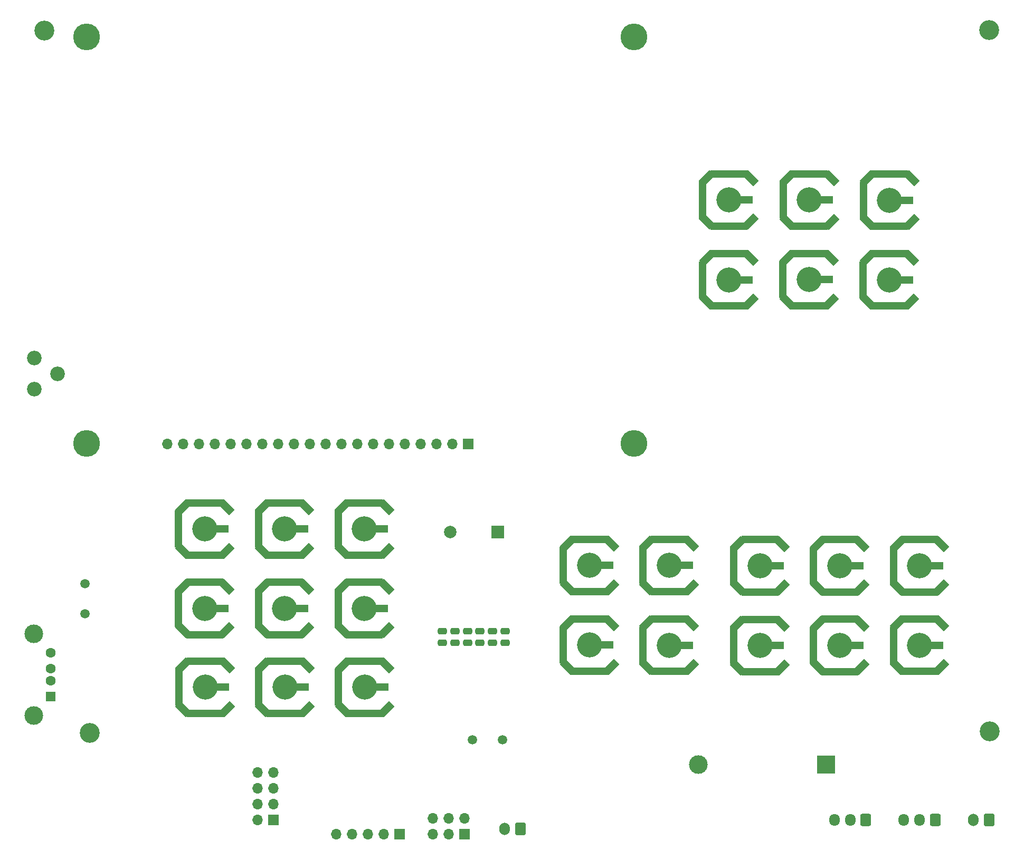
<source format=gts>
%TF.GenerationSoftware,KiCad,Pcbnew,(6.0.0)*%
%TF.CreationDate,2022-05-25T11:52:23+05:30*%
%TF.ProjectId,Motion_Control_HMI,4d6f7469-6f6e-45f4-936f-6e74726f6c5f,rev?*%
%TF.SameCoordinates,Original*%
%TF.FileFunction,Soldermask,Top*%
%TF.FilePolarity,Negative*%
%FSLAX46Y46*%
G04 Gerber Fmt 4.6, Leading zero omitted, Abs format (unit mm)*
G04 Created by KiCad (PCBNEW (6.0.0)) date 2022-05-25 11:52:23*
%MOMM*%
%LPD*%
G01*
G04 APERTURE LIST*
G04 Aperture macros list*
%AMRoundRect*
0 Rectangle with rounded corners*
0 $1 Rounding radius*
0 $2 $3 $4 $5 $6 $7 $8 $9 X,Y pos of 4 corners*
0 Add a 4 corners polygon primitive as box body*
4,1,4,$2,$3,$4,$5,$6,$7,$8,$9,$2,$3,0*
0 Add four circle primitives for the rounded corners*
1,1,$1+$1,$2,$3*
1,1,$1+$1,$4,$5*
1,1,$1+$1,$6,$7*
1,1,$1+$1,$8,$9*
0 Add four rect primitives between the rounded corners*
20,1,$1+$1,$2,$3,$4,$5,0*
20,1,$1+$1,$4,$5,$6,$7,0*
20,1,$1+$1,$6,$7,$8,$9,0*
20,1,$1+$1,$8,$9,$2,$3,0*%
%AMFreePoly0*
4,1,5,1.250000,-0.600001,-1.250000,-0.600001,-1.250000,0.600001,1.250000,0.600001,1.250000,-0.600001,1.250000,-0.600001,$1*%
%AMFreePoly1*
4,1,46,0.312869,1.975377,0.588081,1.911585,0.851560,1.809654,1.098046,1.671615,1.322624,1.500222,1.520812,1.298896,1.688656,1.071654,1.822807,0.823029,1.920587,0.557982,1.980047,0.281802,2.000001,0.000000,1.996053,-0.125581,1.958446,-0.405575,1.881762,-0.677476,1.767531,-0.935860,1.618034,-1.175571,1.436253,-1.391826,1.225813,-1.580310,0.990918,-1.737263,0.736249,-1.859553,
0.466891,-1.944740,0.188217,-1.991124,-0.094213,-1.997780,-0.374763,-1.964575,-0.647835,-1.892170,-0.907981,-1.782013,-1.150011,-1.636300,-1.369094,-1.457937,-1.560861,-1.250485,-1.721484,-1.018082,-1.847759,-0.765367,-1.937166,-0.497380,-1.987922,-0.219469,-1.999013,0.062822,-1.970219,0.343858,-1.902113,0.618034,-1.796055,0.879878,-1.654161,1.124168,-1.479262,1.346025,-1.274848,1.541026,
-1.044997,1.705281,-0.794296,1.835509,-0.527746,1.929115,-0.250666,1.984229,0.031415,1.999753,0.312869,1.975377,0.312869,1.975377,$1*%
G04 Aperture macros list end*
%ADD10FreePoly0,225.000000*%
%ADD11FreePoly0,135.000000*%
%ADD12FreePoly0,45.000000*%
%ADD13R,6.000000X1.200000*%
%ADD14R,1.200000X6.000000*%
%ADD15FreePoly0,0.000000*%
%ADD16FreePoly1,225.000000*%
%ADD17C,4.300000*%
%ADD18RoundRect,0.250000X-0.475000X0.250000X-0.475000X-0.250000X0.475000X-0.250000X0.475000X0.250000X0*%
%ADD19C,2.340000*%
%ADD20C,3.200000*%
%ADD21R,1.500000X1.600000*%
%ADD22C,1.600000*%
%ADD23C,3.000000*%
%ADD24R,1.700000X1.700000*%
%ADD25O,1.700000X1.700000*%
%ADD26R,3.000000X3.000000*%
%ADD27RoundRect,0.250000X0.600000X0.750000X-0.600000X0.750000X-0.600000X-0.750000X0.600000X-0.750000X0*%
%ADD28O,1.700000X2.000000*%
%ADD29RoundRect,0.250000X0.600000X0.725000X-0.600000X0.725000X-0.600000X-0.725000X0.600000X-0.725000X0*%
%ADD30O,1.700000X1.950000*%
%ADD31R,2.000000X2.000000*%
%ADD32C,2.000000*%
%ADD33C,1.500000*%
G04 APERTURE END LIST*
D10*
%TO.C,SW8*%
X92704800Y-140660000D03*
D11*
X85704800Y-140660000D03*
D12*
X85704800Y-133660000D03*
D13*
X89204800Y-132960000D03*
X89204800Y-141360000D03*
D14*
X85004800Y-137160000D03*
D11*
X92704800Y-133660000D03*
D15*
X91744800Y-137160000D03*
D16*
X89204800Y-137160000D03*
%TD*%
D17*
%TO.C,H4*%
X157988000Y-98044000D03*
%TD*%
D18*
%TO.C,C23*%
X131292600Y-128122600D03*
X131292600Y-130022600D03*
%TD*%
D14*
%TO.C,SW24*%
X174006400Y-130454400D03*
D11*
X174706400Y-133954400D03*
D13*
X178206400Y-134654400D03*
D12*
X174706400Y-126954400D03*
D11*
X181706400Y-126954400D03*
D10*
X181706400Y-133954400D03*
D13*
X178206400Y-126254400D03*
D16*
X178206400Y-130454400D03*
D15*
X180746400Y-130454400D03*
%TD*%
D18*
%TO.C,C21*%
X133299200Y-128122600D03*
X133299200Y-130022600D03*
%TD*%
D14*
%TO.C,SW12*%
X174006400Y-117652800D03*
D12*
X174706400Y-114152800D03*
D11*
X174706400Y-121152800D03*
X181706400Y-114152800D03*
D13*
X178206400Y-113452800D03*
D10*
X181706400Y-121152800D03*
D13*
X178206400Y-121852800D03*
D15*
X180746400Y-117652800D03*
D16*
X178206400Y-117652800D03*
%TD*%
D12*
%TO.C,SW15*%
X160126800Y-114102000D03*
D13*
X163626800Y-113402000D03*
D10*
X167126800Y-121102000D03*
D13*
X163626800Y-121802000D03*
D11*
X167126800Y-114102000D03*
X160126800Y-121102000D03*
D14*
X159426800Y-117602000D03*
D16*
X163626800Y-117602000D03*
D15*
X166166800Y-117602000D03*
%TD*%
D14*
%TO.C,SW25*%
X97755600Y-124510800D03*
D13*
X101955600Y-128710800D03*
D12*
X98455600Y-121010800D03*
D11*
X98455600Y-128010800D03*
D10*
X105455600Y-128010800D03*
D11*
X105455600Y-121010800D03*
D13*
X101955600Y-120310800D03*
D15*
X104495600Y-124510800D03*
D16*
X101955600Y-124510800D03*
%TD*%
D19*
%TO.C,RV3*%
X61777800Y-84291400D03*
X65577800Y-86791400D03*
X61777800Y-89291400D03*
%TD*%
D14*
%TO.C,SW6*%
X194778400Y-71724400D03*
D11*
X202478400Y-68224400D03*
D12*
X195478400Y-68224400D03*
D13*
X198978400Y-75924400D03*
D10*
X202478400Y-75224400D03*
D11*
X195478400Y-75224400D03*
D13*
X198978400Y-67524400D03*
D16*
X198978400Y-71724400D03*
D15*
X201518400Y-71724400D03*
%TD*%
D20*
%TO.C,H7*%
X215087200Y-144221200D03*
%TD*%
D13*
%TO.C,SW16*%
X199009000Y-54753400D03*
D11*
X202509000Y-55453400D03*
D10*
X202509000Y-62453400D03*
D13*
X199009000Y-63153400D03*
D12*
X195509000Y-55453400D03*
D11*
X195509000Y-62453400D03*
D14*
X194809000Y-58953400D03*
D16*
X199009000Y-58953400D03*
D15*
X201549000Y-58953400D03*
%TD*%
D18*
%TO.C,C20*%
X135305800Y-128117600D03*
X135305800Y-130017600D03*
%TD*%
D12*
%TO.C,SW14*%
X98455600Y-108260000D03*
D11*
X105455600Y-108260000D03*
D14*
X97755600Y-111760000D03*
D13*
X101955600Y-115960000D03*
D10*
X105455600Y-115260000D03*
D13*
X101955600Y-107560000D03*
D11*
X98455600Y-115260000D03*
D16*
X101955600Y-111760000D03*
D15*
X104495600Y-111760000D03*
%TD*%
D10*
%TO.C,SW13*%
X118257200Y-115260000D03*
D11*
X111257200Y-115260000D03*
D13*
X114757200Y-107560000D03*
D14*
X110557200Y-111760000D03*
D13*
X114757200Y-115960000D03*
D11*
X118257200Y-108260000D03*
D12*
X111257200Y-108260000D03*
D15*
X117297200Y-111760000D03*
D16*
X114757200Y-111760000D03*
%TD*%
D13*
%TO.C,SW5*%
X89154000Y-120310800D03*
D14*
X84954000Y-124510800D03*
D11*
X92654000Y-121010800D03*
D13*
X89154000Y-128710800D03*
D12*
X85654000Y-121010800D03*
D10*
X92654000Y-128010800D03*
D11*
X85654000Y-128010800D03*
D16*
X89154000Y-124510800D03*
D15*
X91694000Y-124510800D03*
%TD*%
D11*
%TO.C,SW21*%
X194508000Y-126938000D03*
D14*
X186808000Y-130438000D03*
D13*
X191008000Y-134638000D03*
D12*
X187508000Y-126938000D03*
D11*
X187508000Y-133938000D03*
D13*
X191008000Y-126238000D03*
D10*
X194508000Y-133938000D03*
D15*
X193548000Y-130438000D03*
D16*
X191008000Y-130438000D03*
%TD*%
D12*
%TO.C,SW3*%
X85654000Y-108260000D03*
D10*
X92654000Y-115260000D03*
D13*
X89154000Y-115960000D03*
D14*
X84954000Y-111760000D03*
D13*
X89154000Y-107560000D03*
D11*
X92654000Y-108260000D03*
X85654000Y-115260000D03*
D15*
X91694000Y-111760000D03*
D16*
X89154000Y-111760000D03*
%TD*%
D11*
%TO.C,SW7*%
X176728000Y-68229600D03*
D14*
X169028000Y-71729600D03*
D10*
X176728000Y-75229600D03*
D13*
X173228000Y-75929600D03*
X173228000Y-67529600D03*
D12*
X169728000Y-68229600D03*
D11*
X169728000Y-75229600D03*
D16*
X173228000Y-71729600D03*
D15*
X175768000Y-71729600D03*
%TD*%
D11*
%TO.C,SW10*%
X111252000Y-128005600D03*
D14*
X110552000Y-124505600D03*
D11*
X118252000Y-121005600D03*
D13*
X114752000Y-120305600D03*
D12*
X111252000Y-121005600D03*
D10*
X118252000Y-128005600D03*
D13*
X114752000Y-128705600D03*
D16*
X114752000Y-124505600D03*
D15*
X117292000Y-124505600D03*
%TD*%
D14*
%TO.C,SW19*%
X97806400Y-137160000D03*
D11*
X105506400Y-133660000D03*
D10*
X105506400Y-140660000D03*
D11*
X98506400Y-140660000D03*
D12*
X98506400Y-133660000D03*
D13*
X102006400Y-141360000D03*
X102006400Y-132960000D03*
D16*
X102006400Y-137160000D03*
D15*
X104546400Y-137160000D03*
%TD*%
D12*
%TO.C,SW4*%
X147376000Y-114102000D03*
D13*
X150876000Y-113402000D03*
D14*
X146676000Y-117602000D03*
D11*
X147376000Y-121102000D03*
X154376000Y-114102000D03*
D13*
X150876000Y-121802000D03*
D10*
X154376000Y-121102000D03*
D16*
X150876000Y-117602000D03*
D15*
X153416000Y-117602000D03*
%TD*%
D13*
%TO.C,SW20*%
X163626800Y-126203600D03*
X163626800Y-134603600D03*
D10*
X167126800Y-133903600D03*
D14*
X159426800Y-130403600D03*
D12*
X160126800Y-126903600D03*
D11*
X160126800Y-133903600D03*
X167126800Y-126903600D03*
D16*
X163626800Y-130403600D03*
D15*
X166166800Y-130403600D03*
%TD*%
D18*
%TO.C,C25*%
X129286000Y-128117600D03*
X129286000Y-130017600D03*
%TD*%
D11*
%TO.C,SW17*%
X187508000Y-121152800D03*
D14*
X186808000Y-117652800D03*
D12*
X187508000Y-114152800D03*
D13*
X191008000Y-113452800D03*
D10*
X194508000Y-121152800D03*
D11*
X194508000Y-114152800D03*
D13*
X191008000Y-121852800D03*
D15*
X193548000Y-117652800D03*
D16*
X191008000Y-117652800D03*
%TD*%
D18*
%TO.C,C26*%
X127279400Y-128117600D03*
X127279400Y-130017600D03*
%TD*%
D12*
%TO.C,SW23*%
X200309600Y-126903600D03*
D11*
X200309600Y-133903600D03*
D14*
X199609600Y-130403600D03*
D13*
X203809600Y-126203600D03*
D10*
X207309600Y-133903600D03*
D13*
X203809600Y-134603600D03*
D11*
X207309600Y-126903600D03*
D16*
X203809600Y-130403600D03*
D15*
X206349600Y-130403600D03*
%TD*%
D11*
%TO.C,SW18*%
X118308000Y-133665200D03*
D13*
X114808000Y-141365200D03*
D10*
X118308000Y-140665200D03*
D11*
X111308000Y-140665200D03*
D14*
X110608000Y-137165200D03*
D12*
X111308000Y-133665200D03*
D13*
X114808000Y-132965200D03*
D16*
X114808000Y-137165200D03*
D15*
X117348000Y-137165200D03*
%TD*%
D10*
%TO.C,SW11*%
X176702600Y-62402600D03*
D12*
X169702600Y-55402600D03*
D11*
X169702600Y-62402600D03*
D13*
X173202600Y-54702600D03*
D14*
X169002600Y-58902600D03*
D13*
X173202600Y-63102600D03*
D11*
X176702600Y-55402600D03*
D16*
X173202600Y-58902600D03*
D15*
X175742600Y-58902600D03*
%TD*%
D20*
%TO.C,H8*%
X63398400Y-31699200D03*
%TD*%
D14*
%TO.C,SW1*%
X181931200Y-58928000D03*
D12*
X182631200Y-55428000D03*
D10*
X189631200Y-62428000D03*
D13*
X186131200Y-63128000D03*
X186131200Y-54728000D03*
D11*
X189631200Y-55428000D03*
X182631200Y-62428000D03*
D15*
X188671200Y-58928000D03*
D16*
X186131200Y-58928000D03*
%TD*%
D12*
%TO.C,SW2*%
X182605800Y-68213200D03*
D13*
X186105800Y-75913200D03*
D11*
X182605800Y-75213200D03*
D14*
X181905800Y-71713200D03*
D10*
X189605800Y-75213200D03*
D11*
X189605800Y-68213200D03*
D13*
X186105800Y-67513200D03*
D15*
X188645800Y-71713200D03*
D16*
X186105800Y-71713200D03*
%TD*%
D14*
%TO.C,SW9*%
X146676000Y-130387200D03*
D12*
X147376000Y-126887200D03*
D10*
X154376000Y-133887200D03*
D13*
X150876000Y-134587200D03*
D11*
X147376000Y-133887200D03*
X154376000Y-126887200D03*
D13*
X150876000Y-126187200D03*
D15*
X153416000Y-130387200D03*
D16*
X150876000Y-130387200D03*
%TD*%
D20*
%TO.C,H5*%
X70713600Y-144475200D03*
%TD*%
%TO.C,H2*%
X214985600Y-31648400D03*
%TD*%
D17*
%TO.C,H1*%
X70205600Y-32715200D03*
%TD*%
D18*
%TO.C,C27*%
X137312400Y-128117600D03*
X137312400Y-130017600D03*
%TD*%
D17*
%TO.C,H3*%
X157988000Y-32715200D03*
%TD*%
D11*
%TO.C,SW22*%
X207309600Y-114152800D03*
X200309600Y-121152800D03*
D12*
X200309600Y-114152800D03*
D13*
X203809600Y-121852800D03*
X203809600Y-113452800D03*
D10*
X207309600Y-121152800D03*
D14*
X199609600Y-117652800D03*
D15*
X206349600Y-117652800D03*
D16*
X203809600Y-117652800D03*
%TD*%
D17*
%TO.C,H6*%
X70205600Y-98044000D03*
%TD*%
D21*
%TO.C,J1*%
X64432000Y-138644800D03*
D22*
X64432000Y-136144800D03*
X64432000Y-134144800D03*
X64432000Y-131644800D03*
D23*
X61722000Y-141714800D03*
X61722000Y-128574800D03*
%TD*%
D24*
%TO.C,J4*%
X120370600Y-160731200D03*
D25*
X117830600Y-160731200D03*
X115290600Y-160731200D03*
X112750600Y-160731200D03*
X110210600Y-160731200D03*
%TD*%
D26*
%TO.C,BT1*%
X188772800Y-149606000D03*
D23*
X168282800Y-149606000D03*
%TD*%
D27*
%TO.C,J7*%
X139750800Y-159893000D03*
D28*
X137250800Y-159893000D03*
%TD*%
D29*
%TO.C,RV1*%
X195195200Y-158445200D03*
D30*
X192695200Y-158445200D03*
X190195200Y-158445200D03*
%TD*%
D31*
%TO.C,BZ1*%
X136134000Y-112217200D03*
D32*
X128534000Y-112217200D03*
%TD*%
D33*
%TO.C,Y1*%
X69926200Y-125374400D03*
X69926200Y-120494400D03*
%TD*%
D27*
%TO.C,J6*%
X214934800Y-158445200D03*
D28*
X212434800Y-158445200D03*
%TD*%
D24*
%TO.C,J2*%
X100126800Y-158496000D03*
D25*
X97586800Y-158496000D03*
X100126800Y-155956000D03*
X97586800Y-155956000D03*
X100126800Y-153416000D03*
X97586800Y-153416000D03*
X100126800Y-150876000D03*
X97586800Y-150876000D03*
%TD*%
D24*
%TO.C,J3*%
X130810000Y-160756600D03*
D25*
X130810000Y-158216600D03*
X128270000Y-160756600D03*
X128270000Y-158216600D03*
X125730000Y-160756600D03*
X125730000Y-158216600D03*
%TD*%
D29*
%TO.C,RV2*%
X206298800Y-158445200D03*
D30*
X203798800Y-158445200D03*
X201298800Y-158445200D03*
%TD*%
D33*
%TO.C,Y2*%
X132051400Y-145567400D03*
X136931400Y-145567400D03*
%TD*%
D24*
%TO.C,J5*%
X131368800Y-98094800D03*
D25*
X128828800Y-98094800D03*
X126288800Y-98094800D03*
X123748800Y-98094800D03*
X121208800Y-98094800D03*
X118668800Y-98094800D03*
X116128800Y-98094800D03*
X113588800Y-98094800D03*
X111048800Y-98094800D03*
X108508800Y-98094800D03*
X105968800Y-98094800D03*
X103428800Y-98094800D03*
X100888800Y-98094800D03*
X98348800Y-98094800D03*
X95808800Y-98094800D03*
X93268800Y-98094800D03*
X90728800Y-98094800D03*
X88188800Y-98094800D03*
X85648800Y-98094800D03*
X83108800Y-98094800D03*
%TD*%
M02*

</source>
